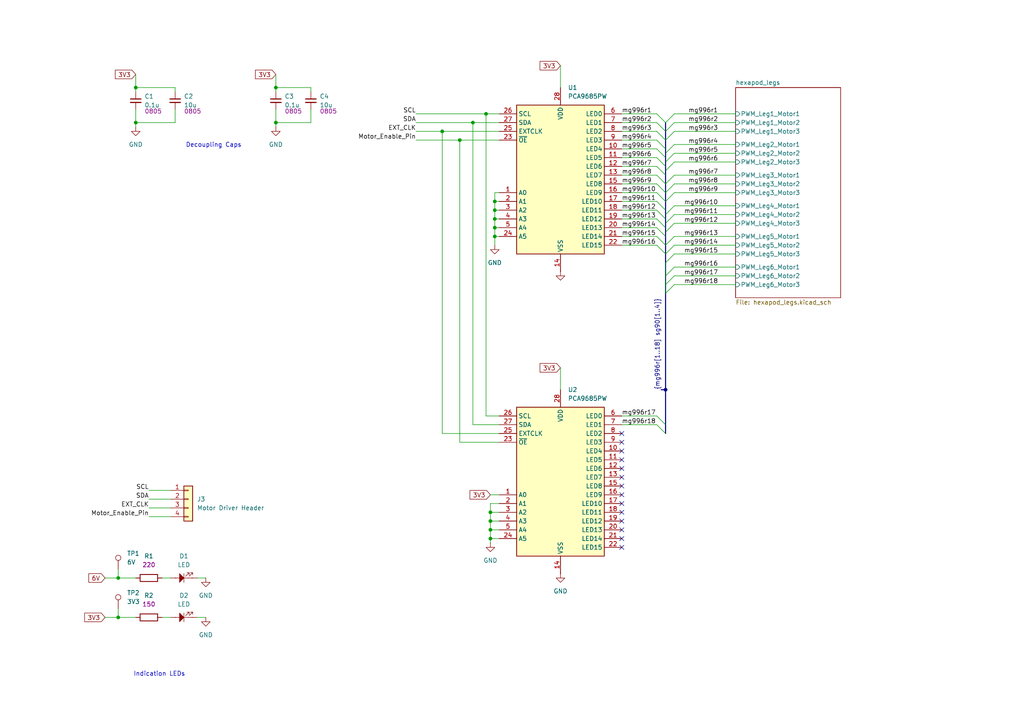
<source format=kicad_sch>
(kicad_sch (version 20250114) (generator "eeschema") (generator_version "9.0")
  (paper "A4")
  (lib_symbols
    (symbol "Connector:TestPoint" (pin_numbers (hide yes)) (pin_names (offset 0.762) (hide yes))
      (property "Reference" "TP" (at 0 6.858 0))
      (property "Value" "TestPoint" (at 0 5.08 0))
      (symbol "TestPoint_0_1"
        (circle (center 0 3.302) (radius 0.762))
      )
      (symbol "TestPoint_1_1"
        (pin passive line (at 0 0 90) (length 2.54) (name "1") (number "1"))
      )
    )
    (symbol "Device:C_Small" (pin_numbers (hide yes)) (pin_names (offset 0.254) (hide yes))
      (property "Reference" "C" (at 0.254 1.778 0))
      (property "Value" "C_Small" (at 0.254 -2.032 0))
      (symbol "C_Small_0_1"
        (polyline (pts (xy -1.524 0.508) (xy 1.524 0.508)) (stroke (width 0.3048)))
        (polyline (pts (xy -1.524 -0.508) (xy 1.524 -0.508)) (stroke (width 0.3302)))
      )
      (symbol "C_Small_1_1"
        (pin passive line (at 0 2.54 270) (length 2.032) (name "~") (number "1"))
        (pin passive line (at 0 -2.54 90) (length 2.032) (name "~") (number "2"))
      )
    )
    (symbol "Driver_LED:PCA9685PW"
      (property "Reference" "U" (at -12.7 22.225 0))
      (property "Value" "PCA9685PW" (at 1.27 22.225 0))
      (symbol "PCA9685PW_0_1"
        (rectangle (start -12.7 20.32) (end 12.7 -22.86) (stroke (width 0.254)) (fill (type background)))
      )
      (symbol "PCA9685PW_1_1"
        (pin input line (at -17.78 17.78 0) (length 5.08) (name "SCL") (number "26"))
        (pin bidirectional line (at -17.78 15.24 0) (length 5.08) (name "SDA") (number "27"))
        (pin input line (at -17.78 12.7 0) (length 5.08) (name "EXTCLK") (number "25"))
        (pin input line (at -17.78 10.16 0) (length 5.08) (name "~{OE}") (number "23"))
        (pin input line (at -17.78 -5.08 0) (length 5.08) (name "A0") (number "1"))
        (pin input line (at -17.78 -7.62 0) (length 5.08) (name "A1") (number "2"))
        (pin input line (at -17.78 -10.16 0) (length 5.08) (name "A2") (number "3"))
        (pin input line (at -17.78 -12.7 0) (length 5.08) (name "A3") (number "4"))
        (pin input line (at -17.78 -15.24 0) (length 5.08) (name "A4") (number "5"))
        (pin input line (at -17.78 -17.78 0) (length 5.08) (name "A5") (number "24"))
        (pin power_in line (at 0 25.4 270) (length 5.08) (name "VDD") (number "28"))
        (pin power_in line (at 0 -27.94 90) (length 5.08) (name "VSS") (number "14"))
        (pin output line (at 17.78 17.78 180) (length 5.08) (name "LED0") (number "6"))
        (pin output line (at 17.78 15.24 180) (length 5.08) (name "LED1") (number "7"))
        (pin output line (at 17.78 12.7 180) (length 5.08) (name "LED2") (number "8"))
        (pin output line (at 17.78 10.16 180) (length 5.08) (name "LED3") (number "9"))
        (pin output line (at 17.78 7.62 180) (length 5.08) (name "LED4") (number "10"))
        (pin output line (at 17.78 5.08 180) (length 5.08) (name "LED5") (number "11"))
        (pin output line (at 17.78 2.54 180) (length 5.08) (name "LED6") (number "12"))
        (pin output line (at 17.78 0 180) (length 5.08) (name "LED7") (number "13"))
        (pin output line (at 17.78 -2.54 180) (length 5.08) (name "LED8") (number "15"))
        (pin output line (at 17.78 -5.08 180) (length 5.08) (name "LED9") (number "16"))
        (pin output line (at 17.78 -7.62 180) (length 5.08) (name "LED10") (number "17"))
        (pin output line (at 17.78 -10.16 180) (length 5.08) (name "LED11") (number "18"))
        (pin output line (at 17.78 -12.7 180) (length 5.08) (name "LED12") (number "19"))
        (pin output line (at 17.78 -15.24 180) (length 5.08) (name "LED13") (number "20"))
        (pin output line (at 17.78 -17.78 180) (length 5.08) (name "LED14") (number "21"))
        (pin output line (at 17.78 -20.32 180) (length 5.08) (name "LED15") (number "22"))
      )
    )
    (symbol "PCM_4ms_Connector:Conn_01x04" (pin_names (offset 1.016) (hide yes))
      (property "Reference" "J" (at 0 5.08 0))
      (property "Value" "Conn_01x04" (at 0 -7.62 0))
      (symbol "Conn_01x04_1_1"
        (rectangle (start -1.27 3.81) (end 1.27 -6.35) (stroke (width 0.254)) (fill (type background)))
        (rectangle (start -1.27 2.667) (end 0 2.413) (stroke (width 0.1524)))
        (rectangle (start -1.27 0.127) (end 0 -0.127) (stroke (width 0.1524)))
        (rectangle (start -1.27 -2.413) (end 0 -2.667) (stroke (width 0.1524)))
        (rectangle (start -1.27 -4.953) (end 0 -5.207) (stroke (width 0.1524)))
        (pin passive line (at -5.08 2.54 0) (length 3.81) (name "Pin_1") (number "1"))
        (pin passive line (at -5.08 0 0) (length 3.81) (name "Pin_2") (number "2"))
        (pin passive line (at -5.08 -2.54 0) (length 3.81) (name "Pin_3") (number "3"))
        (pin passive line (at -5.08 -5.08 0) (length 3.81) (name "Pin_4") (number "4"))
      )
    )
    (symbol "PCM_4ms_Resistor:150K_0603" (pin_numbers (hide yes)) (pin_names (offset 0))
      (property "Reference" "R" (at 2.032 0 90))
      (property "Display" "150K" (at 3.81 0 90))
      (symbol "150K_0603_0_1"
        (rectangle (start -1.016 -2.54) (end 1.016 2.54) (stroke (width 0.254)))
      )
      (symbol "150K_0603_1_1"
        (pin passive line (at 0 3.81 270) (length 1.27) (name "~") (number "1"))
        (pin passive line (at 0 -3.81 90) (length 1.27) (name "~") (number "2"))
      )
    )
    (symbol "PCM_SL_Devices:LED"
      (property "Reference" "D" (at -0.508 5.334 0))
      (property "Value" "LED" (at -0.508 2.794 0))
      (symbol "LED_0_1"
        (polyline (pts (xy -1.27 0) (xy -2.54 0)))
        (polyline (pts (xy 0 1.27) (xy 0 -1.27)))
        (polyline (pts (xy 0 0) (xy -1.27 -1.27) (xy -1.27 1.27) (xy 0 0) (xy 1.27 0)) (fill (type outline)))
        (polyline (pts (xy 0.508 0.508) (xy 1.524 1.524)))
        (polyline (pts (xy 1.27 0) (xy 2.54 0)))
        (polyline (pts (xy 1.524 1.524) (xy 0.889 1.524)))
        (polyline (pts (xy 1.524 1.524) (xy 1.524 0.889)))
        (polyline (pts (xy 1.524 0.508) (xy 2.54 1.524)))
        (polyline (pts (xy 2.54 1.524) (xy 1.905 1.524)))
        (polyline (pts (xy 2.54 1.524) (xy 2.54 0.889)))
      )
      (symbol "LED_1_1"
        (pin passive line (at -3.81 0 0) (length 1.5) (name "") (number "2"))
        (pin passive line (at 3.81 0 180) (length 1.5) (name "~") (number "1"))
      )
    )
    (symbol "power:GND" (power) (pin_numbers (hide yes)) (pin_names (offset 0) (hide yes))
      (property "Value" "GND" (at 0 -3.81 0))
      (symbol "GND_0_1"
        (polyline (pts (xy 0 0) (xy 0 -1.27) (xy 1.27 -1.27) (xy 0 -2.54) (xy -1.27 -1.27) (xy 0 -1.27)))
      )
      (symbol "GND_1_1"
        (pin power_in line (at 0 0 270) (length 0) (name "~") (number "1"))
      )
    )
  )
  (bus_alias "motors" (members "sg90[1:8]"))
  (text "Indication LEDs" (at 46.228 195.58 0) (effects (font (size 1.27 1.27))))
  (text "Decoupling Caps" (at 61.976 42.164 0) (effects (font (size 1.27 1.27))))
  (junction (at 143.51 66.04))
  (junction (at 140.97 33.02))
  (junction (at 34.29 167.64))
  (junction (at 143.51 63.5))
  (junction (at 142.24 148.59))
  (junction (at 39.37 25.4))
  (junction (at 143.51 58.42))
  (junction (at 128.27 38.1))
  (junction (at 137.16 35.56))
  (junction (at 143.51 68.58))
  (junction (at 39.37 35.56))
  (junction (at 193.04 113.03))
  (junction (at 80.01 25.4))
  (junction (at 133.35 40.64))
  (junction (at 34.29 179.07))
  (junction (at 142.24 151.13))
  (junction (at 143.51 60.96))
  (junction (at 142.24 156.21))
  (junction (at 142.24 153.67))
  (junction (at 80.01 35.56))
  (no_connect (at 180.34 128.27))
  (no_connect (at 180.34 148.59))
  (no_connect (at 180.34 133.35))
  (no_connect (at 180.34 125.73))
  (no_connect (at 180.34 151.13))
  (no_connect (at 180.34 153.67))
  (no_connect (at 180.34 138.43))
  (no_connect (at 180.34 130.81))
  (no_connect (at 180.34 158.75))
  (no_connect (at 180.34 156.21))
  (no_connect (at 180.34 140.97))
  (no_connect (at 180.34 135.89))
  (no_connect (at 180.34 146.05))
  (no_connect (at 180.34 143.51))
  (bus_entry (at 193.04 35.56) (size 2.54 -2.54))
  (bus_entry (at 193.04 53.34) (size -2.54 -2.54))
  (bus_entry (at 193.04 38.1) (size -2.54 -2.54))
  (bus_entry (at 193.04 40.64) (size -2.54 -2.54))
  (bus_entry (at 193.04 76.2) (size 2.54 -2.54))
  (bus_entry (at 193.04 55.88) (size -2.54 -2.54))
  (bus_entry (at 193.04 67.31) (size 2.54 -2.54))
  (bus_entry (at 193.04 58.42) (size -2.54 -2.54))
  (bus_entry (at 193.04 71.12) (size 2.54 -2.54))
  (bus_entry (at 193.04 71.12) (size -2.54 -2.54))
  (bus_entry (at 193.04 48.26) (size -2.54 -2.54))
  (bus_entry (at 193.04 38.1) (size 2.54 -2.54))
  (bus_entry (at 193.04 43.18) (size -2.54 -2.54))
  (bus_entry (at 193.04 64.77) (size 2.54 -2.54))
  (bus_entry (at 193.04 58.42) (size 2.54 -2.54))
  (bus_entry (at 193.04 125.73) (size -2.54 -2.54))
  (bus_entry (at 193.04 60.96) (size -2.54 -2.54))
  (bus_entry (at 193.04 80.01) (size 2.54 -2.54))
  (bus_entry (at 193.04 45.72) (size -2.54 -2.54))
  (bus_entry (at 193.04 123.19) (size -2.54 -2.54))
  (bus_entry (at 193.04 55.88) (size 2.54 -2.54))
  (bus_entry (at 193.04 63.5) (size -2.54 -2.54))
  (bus_entry (at 193.04 49.53) (size 2.54 -2.54))
  (bus_entry (at 193.04 53.34) (size 2.54 -2.54))
  (bus_entry (at 193.04 44.45) (size 2.54 -2.54))
  (bus_entry (at 193.04 85.09) (size 2.54 -2.54))
  (bus_entry (at 193.04 73.66) (size -2.54 -2.54))
  (bus_entry (at 193.04 46.99) (size 2.54 -2.54))
  (bus_entry (at 193.04 66.04) (size -2.54 -2.54))
  (bus_entry (at 193.04 82.55) (size 2.54 -2.54))
  (bus_entry (at 193.04 68.58) (size -2.54 -2.54))
  (bus_entry (at 193.04 73.66) (size 2.54 -2.54))
  (bus_entry (at 193.04 40.64) (size 2.54 -2.54))
  (bus_entry (at 193.04 50.8) (size -2.54 -2.54))
  (bus_entry (at 193.04 62.23) (size 2.54 -2.54))
  (bus_entry (at 193.04 35.56) (size -2.54 -2.54))
  (bus (pts (xy 193.04 64.77) (xy 193.04 66.04)))
  (wire (pts (xy 140.97 33.02) (xy 140.97 120.65)))
  (bus (pts (xy 193.04 55.88) (xy 193.04 53.34)))
  (wire (pts (xy 190.5 50.8) (xy 180.34 50.8)))
  (wire (pts (xy 142.24 153.67) (xy 142.24 156.21)))
  (wire (pts (xy 133.35 128.27) (xy 133.35 40.64)))
  (wire (pts (xy 143.51 63.5) (xy 144.78 63.5)))
  (bus (pts (xy 193.04 58.42) (xy 193.04 60.96)))
  (bus (pts (xy 193.04 49.53) (xy 193.04 50.8)))
  (wire (pts (xy 144.78 55.88) (xy 143.51 55.88)))
  (bus (pts (xy 193.04 63.5) (xy 193.04 64.77)))
  (wire (pts (xy 133.35 40.64) (xy 144.78 40.64)))
  (wire (pts (xy 57.15 167.64) (xy 59.69 167.64)))
  (wire (pts (xy 34.29 176.53) (xy 34.29 179.07)))
  (wire (pts (xy 190.5 33.02) (xy 180.34 33.02)))
  (wire (pts (xy 39.37 25.4) (xy 50.8 25.4)))
  (wire (pts (xy 195.58 73.66) (xy 213.36 73.66)))
  (wire (pts (xy 195.58 50.8) (xy 213.36 50.8)))
  (bus (pts (xy 193.04 43.18) (xy 193.04 44.45)))
  (wire (pts (xy 80.01 25.4) (xy 80.01 26.67)))
  (wire (pts (xy 144.78 125.73) (xy 128.27 125.73)))
  (bus (pts (xy 193.04 80.01) (xy 193.04 76.2)))
  (bus (pts (xy 193.04 40.64) (xy 193.04 43.18)))
  (wire (pts (xy 43.18 144.78) (xy 49.53 144.78)))
  (bus (pts (xy 193.04 50.8) (xy 193.04 53.34)))
  (bus (pts (xy 193.04 38.1) (xy 193.04 40.64)))
  (wire (pts (xy 190.5 123.19) (xy 180.34 123.19)))
  (wire (pts (xy 143.51 58.42) (xy 144.78 58.42)))
  (wire (pts (xy 195.58 35.56) (xy 213.36 35.56)))
  (wire (pts (xy 143.51 58.42) (xy 143.51 60.96)))
  (wire (pts (xy 39.37 25.4) (xy 39.37 26.67)))
  (wire (pts (xy 190.5 35.56) (xy 180.34 35.56)))
  (wire (pts (xy 193.04 85.09) (xy 193.04 82.55)))
  (bus (pts (xy 191.77 113.03) (xy 193.04 113.03)))
  (bus (pts (xy 193.04 35.56) (xy 193.04 38.1)))
  (wire (pts (xy 190.5 66.04) (xy 180.34 66.04)))
  (bus (pts (xy 193.04 62.23) (xy 193.04 63.5)))
  (wire (pts (xy 162.56 106.68) (xy 162.56 113.03)))
  (wire (pts (xy 137.16 123.19) (xy 144.78 123.19)))
  (wire (pts (xy 39.37 35.56) (xy 50.8 35.56)))
  (wire (pts (xy 34.29 165.1) (xy 34.29 167.64)))
  (wire (pts (xy 137.16 35.56) (xy 137.16 123.19)))
  (wire (pts (xy 143.51 60.96) (xy 144.78 60.96)))
  (bus (pts (xy 193.04 67.31) (xy 193.04 68.58)))
  (wire (pts (xy 195.58 33.02) (xy 213.36 33.02)))
  (wire (pts (xy 39.37 21.59) (xy 39.37 25.4)))
  (wire (pts (xy 144.78 151.13) (xy 142.24 151.13)))
  (wire (pts (xy 43.18 149.86) (xy 49.53 149.86)))
  (wire (pts (xy 195.58 44.45) (xy 213.36 44.45)))
  (wire (pts (xy 190.5 40.64) (xy 180.34 40.64)))
  (wire (pts (xy 162.56 19.05) (xy 162.56 25.4)))
  (wire (pts (xy 39.37 31.75) (xy 39.37 35.56)))
  (wire (pts (xy 190.5 55.88) (xy 180.34 55.88)))
  (bus (pts (xy 193.04 45.72) (xy 193.04 46.99)))
  (wire (pts (xy 80.01 31.75) (xy 80.01 35.56)))
  (wire (pts (xy 143.51 68.58) (xy 143.51 71.12)))
  (wire (pts (xy 143.51 55.88) (xy 143.51 58.42)))
  (wire (pts (xy 128.27 38.1) (xy 128.27 125.73)))
  (bus (pts (xy 193.04 85.09) (xy 193.04 113.03)))
  (bus (pts (xy 193.04 68.58) (xy 193.04 71.12)))
  (bus (pts (xy 193.04 48.26) (xy 193.04 49.53)))
  (wire (pts (xy 180.34 60.96) (xy 190.5 60.96)))
  (wire (pts (xy 180.34 58.42) (xy 190.5 58.42)))
  (bus (pts (xy 193.04 85.09) (xy 193.04 82.55)))
  (wire (pts (xy 190.5 48.26) (xy 180.34 48.26)))
  (wire (pts (xy 137.16 35.56) (xy 120.65 35.56)))
  (wire (pts (xy 57.15 179.07) (xy 59.69 179.07)))
  (wire (pts (xy 43.18 147.32) (xy 49.53 147.32)))
  (bus (pts (xy 193.04 73.66) (xy 193.04 76.2)))
  (wire (pts (xy 143.51 66.04) (xy 144.78 66.04)))
  (wire (pts (xy 50.8 25.4) (xy 50.8 26.67)))
  (wire (pts (xy 144.78 156.21) (xy 142.24 156.21)))
  (wire (pts (xy 140.97 120.65) (xy 144.78 120.65)))
  (wire (pts (xy 195.58 46.99) (xy 213.36 46.99)))
  (wire (pts (xy 190.5 68.58) (xy 180.34 68.58)))
  (wire (pts (xy 195.58 55.88) (xy 213.36 55.88)))
  (wire (pts (xy 142.24 156.21) (xy 142.24 157.48)))
  (wire (pts (xy 128.27 38.1) (xy 144.78 38.1)))
  (wire (pts (xy 195.58 41.91) (xy 213.36 41.91)))
  (wire (pts (xy 195.58 77.47) (xy 213.36 77.47)))
  (wire (pts (xy 143.51 66.04) (xy 143.51 68.58)))
  (wire (pts (xy 30.48 179.07) (xy 34.29 179.07)))
  (wire (pts (xy 140.97 33.02) (xy 144.78 33.02)))
  (wire (pts (xy 195.58 59.69) (xy 213.36 59.69)))
  (bus (pts (xy 193.04 55.88) (xy 193.04 58.42)))
  (wire (pts (xy 80.01 35.56) (xy 90.17 35.56)))
  (wire (pts (xy 80.01 21.59) (xy 80.01 25.4)))
  (wire (pts (xy 195.58 64.77) (xy 213.36 64.77)))
  (wire (pts (xy 120.65 33.02) (xy 140.97 33.02)))
  (bus (pts (xy 193.04 113.03) (xy 193.04 123.19)))
  (wire (pts (xy 90.17 25.4) (xy 90.17 26.67)))
  (wire (pts (xy 50.8 31.75) (xy 50.8 35.56)))
  (wire (pts (xy 39.37 36.83) (xy 39.37 35.56)))
  (wire (pts (xy 142.24 151.13) (xy 142.24 153.67)))
  (wire (pts (xy 193.04 82.55) (xy 193.04 80.01)))
  (bus (pts (xy 193.04 71.12) (xy 193.04 73.66)))
  (wire (pts (xy 46.99 179.07) (xy 49.53 179.07)))
  (wire (pts (xy 142.24 143.51) (xy 144.78 143.51)))
  (wire (pts (xy 142.24 148.59) (xy 142.24 151.13)))
  (wire (pts (xy 195.58 68.58) (xy 213.36 68.58)))
  (wire (pts (xy 142.24 146.05) (xy 142.24 148.59)))
  (wire (pts (xy 144.78 148.59) (xy 142.24 148.59)))
  (wire (pts (xy 190.5 38.1) (xy 180.34 38.1)))
  (wire (pts (xy 195.58 82.55) (xy 213.36 82.55)))
  (wire (pts (xy 144.78 128.27) (xy 133.35 128.27)))
  (wire (pts (xy 80.01 36.83) (xy 80.01 35.56)))
  (wire (pts (xy 120.65 38.1) (xy 128.27 38.1)))
  (wire (pts (xy 143.51 63.5) (xy 143.51 66.04)))
  (wire (pts (xy 43.18 142.24) (xy 49.53 142.24)))
  (wire (pts (xy 80.01 25.4) (xy 90.17 25.4)))
  (wire (pts (xy 195.58 71.12) (xy 213.36 71.12)))
  (wire (pts (xy 144.78 153.67) (xy 142.24 153.67)))
  (bus (pts (xy 193.04 46.99) (xy 193.04 48.26)))
  (wire (pts (xy 90.17 31.75) (xy 90.17 35.56)))
  (wire (pts (xy 143.51 68.58) (xy 144.78 68.58)))
  (wire (pts (xy 46.99 167.64) (xy 49.53 167.64)))
  (wire (pts (xy 190.5 53.34) (xy 180.34 53.34)))
  (wire (pts (xy 195.58 80.01) (xy 213.36 80.01)))
  (wire (pts (xy 190.5 43.18) (xy 180.34 43.18)))
  (bus (pts (xy 193.04 123.19) (xy 193.04 125.73)))
  (wire (pts (xy 195.58 53.34) (xy 213.36 53.34)))
  (wire (pts (xy 195.58 62.23) (xy 213.36 62.23)))
  (wire (pts (xy 144.78 146.05) (xy 142.24 146.05)))
  (wire (pts (xy 30.48 167.64) (xy 34.29 167.64)))
  (wire (pts (xy 195.58 38.1) (xy 213.36 38.1)))
  (wire (pts (xy 143.51 60.96) (xy 143.51 63.5)))
  (wire (pts (xy 34.29 179.07) (xy 39.37 179.07)))
  (wire (pts (xy 190.5 63.5) (xy 180.34 63.5)))
  (wire (pts (xy 180.34 71.12) (xy 190.5 71.12)))
  (wire (pts (xy 137.16 35.56) (xy 144.78 35.56)))
  (bus (pts (xy 193.04 82.55) (xy 193.04 80.01)))
  (wire (pts (xy 190.5 45.72) (xy 180.34 45.72)))
  (wire (pts (xy 34.29 167.64) (xy 39.37 167.64)))
  (bus (pts (xy 193.04 44.45) (xy 193.04 45.72)))
  (bus (pts (xy 193.04 66.04) (xy 193.04 67.31)))
  (wire (pts (xy 193.04 80.01) (xy 193.04 76.2)))
  (wire (pts (xy 120.65 40.64) (xy 133.35 40.64)))
  (wire (pts (xy 190.5 120.65) (xy 180.34 120.65)))
  (bus (pts (xy 193.04 62.23) (xy 193.04 60.96)))
  (label "mg996r2" (at 180.34 35.56 0))
  (label "mg996r15" (at 180.34 68.58 0))
  (label "EXT_CLK" (at 120.65 38.1 180))
  (label "mg996r13" (at 208.28 68.58 180))
  (label "mg996r14" (at 180.34 66.04 0))
  (label "mg996r4" (at 208.28 41.91 180))
  (label "mg996r2" (at 208.28 35.56 180))
  (label "mg996r1" (at 180.34 33.02 0))
  (label "mg996r12" (at 208.28 64.77 180))
  (label "mg996r7" (at 208.28 50.8 180))
  (label "mg996r18" (at 208.28 82.55 180))
  (label "mg996r8" (at 180.34 50.8 0))
  (label "mg996r14" (at 208.28 71.12 180))
  (label "mg996r10" (at 180.34 55.88 0))
  (label "mg996r3" (at 208.28 38.1 180))
  (label "mg996r5" (at 208.28 44.45 180))
  (label "mg996r11" (at 208.28 62.23 180))
  (label "{mg996r[1..18] sg90[1..4]}" (at 191.77 113.03 90))
  (label "mg996r17" (at 180.34 120.65 0))
  (label "SCL" (at 120.65 33.02 180))
  (label "mg996r11" (at 180.34 58.42 0))
  (label "mg996r4" (at 180.34 40.64 0))
  (label "mg996r10" (at 208.28 59.69 180))
  (label "mg996r6" (at 208.28 46.99 180))
  (label "mg996r12" (at 180.34 60.96 0))
  (label "mg996r16" (at 180.34 71.12 0))
  (label "mg996r3" (at 180.34 38.1 0))
  (label "mg996r6" (at 180.34 45.72 0))
  (label "SCL" (at 43.18 142.24 180))
  (label "mg996r1" (at 208.28 33.02 180))
  (label "EXT_CLK" (at 43.18 147.32 180))
  (label "Motor_Enable_Pin" (at 43.18 149.86 180))
  (label "Motor_Enable_Pin" (at 120.65 40.64 180))
  (label "mg996r5" (at 180.34 43.18 0))
  (label "mg996r15" (at 208.28 73.66 180))
  (label "mg996r9" (at 180.34 53.34 0))
  (label "mg996r16" (at 208.28 77.47 180))
  (label "mg996r7" (at 180.34 48.26 0))
  (label "mg996r8" (at 208.28 53.34 180))
  (label "mg996r17" (at 208.28 80.01 180))
  (label "mg996r13" (at 180.34 63.5 0))
  (label "SDA" (at 120.65 35.56 180))
  (label "mg996r9" (at 208.28 55.88 180))
  (label "mg996r18" (at 180.34 123.19 0))
  (label "SDA" (at 43.18 144.78 180))
  (global_label "3V3" (shape input) (at 162.56 106.68 180) (property "Intersheetrefs" "${INTERSHEET_REFS}" (effects (hide yes))))
  (global_label "3V3" (shape input) (at 80.01 21.59 180) (property "Intersheetrefs" "${INTERSHEET_REFS}" (effects (hide yes))))
  (global_label "3V3" (shape input) (at 142.24 143.51 180) (property "Intersheetrefs" "${INTERSHEET_REFS}" (effects (hide yes))))
  (global_label "6V" (shape input) (at 30.48 167.64 180) (property "Intersheetrefs" "${INTERSHEET_REFS}" (effects (hide yes))))
  (global_label "3V3" (shape input) (at 39.37 21.59 180) (property "Intersheetrefs" "${INTERSHEET_REFS}" (effects (hide yes))))
  (global_label "3V3" (shape input) (at 30.48 179.07 180) (property "Intersheetrefs" "${INTERSHEET_REFS}" (effects (hide yes))))
  (global_label "3V3" (shape input) (at 162.56 19.05 180) (property "Intersheetrefs" "${INTERSHEET_REFS}" (effects (hide yes))))
  (symbol (lib_id "power:GND") (at 162.56 166.37 0) (unit 1) (on_board no)
    (property "Reference" "#PWR08" (effects (hide yes)))
    (property "Value" "GND" (at 162.56 171.45 0))
    (property "Description" "Power symbol creates a global label with name \"GND\" , ground" (effects (hide yes)))
  )
  (symbol (lib_id "Device:C_Small") (at 50.8 29.21 0) (unit 1) (on_board no)
    (property "Reference" "C2" (at 53.34 27.9462 0) (effects (justify left)))
    (property "Value" "10u" (at 53.34 30.4862 0) (effects (justify left)))
    (property "Footprint" "Capacitor_SMD:C_0805_2012Metric_Pad1.18x1.45mm_HandSolder" (effects (hide yes)))
    (property "Description" "0805" (at 55.88 32.258 0))
  )
  (symbol (lib_id "power:GND") (at 143.51 71.12 0) (unit 1) (on_board no)
    (property "Reference" "#PWR06" (effects (hide yes)))
    (property "Value" "GND" (at 143.51 76.2 0))
    (property "Description" "Power symbol creates a global label with name \"GND\" , ground" (effects (hide yes)))
  )
  (symbol (lib_id "power:GND") (at 162.56 78.74 0) (unit 1) (on_board no)
    (property "Reference" "#PWR07" (effects (hide yes)))
    (property "Value" "GND" (effects (hide yes)))
    (property "Description" "Power symbol creates a global label with name \"GND\" , ground" (effects (hide yes)))
  )
  (symbol (lib_id "Device:C_Small") (at 39.37 29.21 0) (unit 1) (on_board no)
    (property "Reference" "C1" (at 41.91 27.9462 0) (effects (justify left)))
    (property "Value" "0.1u" (at 41.91 30.4862 0) (effects (justify left)))
    (property "Footprint" "Capacitor_SMD:C_0805_2012Metric_Pad1.18x1.45mm_HandSolder" (effects (hide yes)))
    (property "Description" "0805" (at 44.45 32.258 0))
  )
  (symbol (lib_id "PCM_4ms_Resistor:150K_0603") (at 43.18 179.07 90) (unit 1) (on_board no)
    (property "Reference" "R2" (at 43.18 172.72 90))
    (property "Value" "150K_0603" (effects (hide yes)))
    (property "Footprint" "PCM_4ms_Resistor:R_0805_2012Metric" (effects (hide yes)))
    (property "Description" "150K, 1%, 1/10W, 0603" (effects (hide yes)))
    (property "Specifications" "150K, 1%, 1/10W, 0603" (effects (hide yes)))
    (property "Manufacturer" "Yageo" (effects (hide yes)))
    (property "Part Number" "RC0603FR-07150KL" (effects (hide yes)))
    (property "Display" "150" (at 43.18 175.26 90))
    (property "JLCPCB ID" "C22807" (effects (hide yes)))
  )
  (symbol (lib_id "Driver_LED:PCA9685PW") (at 162.56 50.8 0) (unit 1) (on_board no)
    (property "Reference" "U1" (at 164.7033 25.4 0) (effects (justify left)))
    (property "Value" "PCA9685PW" (at 164.7033 27.94 0) (effects (justify left)))
    (property "Footprint" "Package_SO:TSSOP-28_4.4x9.7mm_P0.65mm" (effects (hide yes)))
    (property "Datasheet" "http://www.nxp.com/docs/en/data-sheet/PCA9685.pdf" (effects (hide yes)))
    (property "Description" "16-channel 12-bit PWM Fm+ I2C-bus LED controller RGBA TSSOP" (effects (hide yes)))
  )
  (symbol (lib_id "Driver_LED:PCA9685PW") (at 162.56 138.43 0) (unit 1) (on_board no)
    (property "Reference" "U2" (at 164.7033 113.03 0) (effects (justify left)))
    (property "Value" "PCA9685PW" (at 164.7033 115.57 0) (effects (justify left)))
    (property "Footprint" "Package_SO:TSSOP-28_4.4x9.7mm_P0.65mm" (effects (hide yes)))
    (property "Datasheet" "http://www.nxp.com/docs/en/data-sheet/PCA9685.pdf" (effects (hide yes)))
    (property "Description" "16-channel 12-bit PWM Fm+ I2C-bus LED controller RGBA TSSOP" (effects (hide yes)))
  )
  (symbol (lib_id "power:GND") (at 59.69 167.64 0) (unit 1) (on_board no)
    (property "Reference" "#PWR02" (effects (hide yes)))
    (property "Value" "GND" (at 59.69 172.72 0))
    (property "Description" "Power symbol creates a global label with name \"GND\" , ground" (effects (hide yes)))
  )
  (symbol (lib_id "power:GND") (at 142.24 157.48 0) (unit 1) (on_board no)
    (property "Reference" "#PWR05" (effects (hide yes)))
    (property "Value" "GND" (at 142.24 162.56 0))
    (property "Description" "Power symbol creates a global label with name \"GND\" , ground" (effects (hide yes)))
  )
  (symbol (lib_id "power:GND") (at 80.01 36.83 0) (unit 1) (on_board no)
    (property "Reference" "#PWR04" (effects (hide yes)))
    (property "Value" "GND" (at 80.01 41.91 0))
    (property "Description" "Power symbol creates a global label with name \"GND\" , ground" (effects (hide yes)))
  )
  (symbol (lib_id "power:GND") (at 59.69 179.07 0) (unit 1) (on_board no)
    (property "Reference" "#PWR03" (effects (hide yes)))
    (property "Value" "GND" (at 59.69 184.15 0))
    (property "Description" "Power symbol creates a global label with name \"GND\" , ground" (effects (hide yes)))
  )
  (symbol (lib_id "Device:C_Small") (at 90.17 29.21 0) (unit 1) (on_board no)
    (property "Reference" "C4" (at 92.71 27.9462 0) (effects (justify left)))
    (property "Value" "10u" (at 92.71 30.4862 0) (effects (justify left)))
    (property "Footprint" "Capacitor_SMD:C_0805_2012Metric_Pad1.18x1.45mm_HandSolder" (effects (hide yes)))
    (property "Description" "0805" (at 95.25 32.258 0))
  )
  (symbol (lib_id "power:GND") (at 39.37 36.83 0) (unit 1) (on_board no)
    (property "Reference" "#PWR01" (effects (hide yes)))
    (property "Value" "GND" (at 39.37 41.91 0))
    (property "Description" "Power symbol creates a global label with name \"GND\" , ground" (effects (hide yes)))
  )
  (symbol (lib_id "PCM_4ms_Connector:Conn_01x04") (at 54.61 144.78 0) (unit 1) (on_board no)
    (property "Reference" "J3" (at 57.15 144.7799 0) (effects (justify left)))
    (property "Value" "Motor Driver Header" (at 57.15 147.3199 0) (effects (justify left)))
    (property "Footprint" "Connector_PinHeader_2.54mm:PinHeader_1x04_P2.54mm_Vertical" (effects (hide yes)))
    (property "Description" "HEADER 1x4 MALE PINS 0.100” 180deg" (effects (hide yes)))
    (property "Specifications" "HEADER 1x4 MALE PINS 0.100” 180deg" (effects (hide yes)))
    (property "Manufacturer" "TAD" (effects (hide yes)))
    (property "Part Number" "1-0401FBV0T" (effects (hide yes)))
  )
  (symbol (lib_id "PCM_4ms_Resistor:150K_0603") (at 43.18 167.64 90) (unit 1) (on_board no)
    (property "Reference" "R1" (at 43.18 161.29 90))
    (property "Value" "150K_0603" (effects (hide yes)))
    (property "Footprint" "PCM_4ms_Resistor:R_0805_2012Metric" (effects (hide yes)))
    (property "Description" "150K, 1%, 1/10W, 0603" (effects (hide yes)))
    (property "Specifications" "150K, 1%, 1/10W, 0603" (effects (hide yes)))
    (property "Manufacturer" "Yageo" (effects (hide yes)))
    (property "Part Number" "RC0603FR-07150KL" (effects (hide yes)))
    (property "Display" "220" (at 43.18 163.83 90))
    (property "JLCPCB ID" "C22807" (effects (hide yes)))
  )
  (symbol (lib_id "Device:C_Small") (at 80.01 29.21 0) (unit 1) (on_board no)
    (property "Reference" "C3" (at 82.55 27.9462 0) (effects (justify left)))
    (property "Value" "0.1u" (at 82.55 30.4862 0) (effects (justify left)))
    (property "Footprint" "Capacitor_SMD:C_0805_2012Metric_Pad1.18x1.45mm_HandSolder" (effects (hide yes)))
    (property "Description" "0805" (at 85.09 32.258 0))
  )
  (symbol (lib_id "PCM_SL_Devices:LED") (at 53.34 167.64 0) (unit 1) (on_board no)
    (property "Reference" "D1" (at 53.34 161.29 0))
    (property "Value" "LED" (at 53.34 163.83 0))
    (property "Footprint" "PCM_4ms_LED:LED_0603_1608Metric" (effects (hide yes)))
    (property "Description" "Common 5mm diameter LED" (effects (hide yes)))
  )
  (symbol (lib_id "Connector:TestPoint") (at 34.29 165.1 0) (unit 1) (in_bom no) (on_board no)
    (property "Reference" "TP1" (at 36.83 160.5279 0) (effects (justify left)))
    (property "Value" "6V" (at 36.83 163.0679 0) (effects (justify left)))
    (property "Description" "test point" (effects (hide yes)))
  )
  (symbol (lib_id "Connector:TestPoint") (at 34.29 176.53 0) (unit 1) (in_bom no) (on_board no)
    (property "Reference" "TP2" (at 36.83 171.9579 0) (effects (justify left)))
    (property "Value" "3V3" (at 36.83 174.4979 0) (effects (justify left)))
    (property "Description" "test point" (effects (hide yes)))
  )
  (symbol (lib_id "PCM_SL_Devices:LED") (at 53.34 179.07 0) (unit 1) (on_board no)
    (property "Reference" "D2" (at 53.34 172.72 0))
    (property "Value" "LED" (at 53.34 175.26 0))
    (property "Footprint" "PCM_4ms_LED:LED_0603_1608Metric" (effects (hide yes)))
    (property "Description" "Common 5mm diameter LED" (effects (hide yes)))
  )
  (sheet (at 213.36 25.4) (size 30.48 60.96) (stroke (width 0.1524))
    (property "Sheetname" "hexapod_legs" (at 213.36 24.6884 0) (effects (justify left bottom)))
    (property "Sheetfile" "hexapod_legs.kicad_sch" (at 213.36 86.9446 0) (effects (justify left top)))
    (pin "PWM_Leg1_Motor1" input (at 213.36 33.02 180))
    (pin "PWM_Leg1_Motor2" input (at 213.36 35.56 180))
    (pin "PWM_Leg1_Motor3" input (at 213.36 38.1 180))
    (pin "PWM_Leg2_Motor1" input (at 213.36 41.91 180))
    (pin "PWM_Leg2_Motor2" input (at 213.36 44.45 180))
    (pin "PWM_Leg2_Motor3" input (at 213.36 46.99 180))
    (pin "PWM_Leg3_Motor1" input (at 213.36 50.8 180))
    (pin "PWM_Leg3_Motor2" input (at 213.36 53.34 180))
    (pin "PWM_Leg3_Motor3" input (at 213.36 55.88 180))
    (pin "PWM_Leg4_Motor1" input (at 213.36 59.69 180))
    (pin "PWM_Leg4_Motor2" input (at 213.36 62.23 180))
    (pin "PWM_Leg4_Motor3" input (at 213.36 64.77 180))
    (pin "PWM_Leg5_Motor1" input (at 213.36 68.58 180))
    (pin "PWM_Leg5_Motor2" input (at 213.36 71.12 180))
    (pin "PWM_Leg5_Motor3" input (at 213.36 73.66 180))
    (pin "PWM_Leg6_Motor1" input (at 213.36 77.47 180))
    (pin "PWM_Leg6_Motor2" input (at 213.36 80.01 180))
    (pin "PWM_Leg6_Motor3" input (at 213.36 82.55 180))
  )
)
</source>
